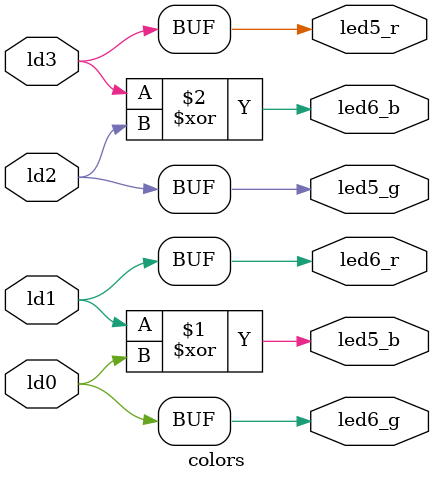
<source format=sv>

module top(
  input sysclk,
  output [3:0] led,
  output led5_r, led5_g, led5_b, led6_r, led6_g, led6_b 
  );

  wire led5_r_l, led5_g_l, led5_b_l, led6_r_l, led6_g_l, led6_b_l;
  integer count = 0;
    
  always@(posedge sysclk)
    count = count + 1;

  colors dut(count[31], count[30], count[29], count[28], led5_r_l, led5_g_l, led5_b_l, led6_r_l, led6_g_l, led6_b_l);
        
  assign led = count[31:28];
  assign led5_r = led5_r_l & (&count[2:0]);
  assign led5_g = led5_g_l & (&count[2:0]);
  assign led5_b = led5_b_l & (&count[2:0]);
  assign led6_r = led6_r_l & (&count[2:0]);
  assign led6_g = led6_g_l & (&count[2:0]);
  assign led6_b = led6_b_l & (&count[2:0]);
endmodule

module colors(
  input ld3, ld2, ld1, ld0,
  output led5_r, led5_g, led5_b, led6_r, led6_g, led6_b
  );

  assign led5_r = ld3;
  assign led5_g = ld2;
  assign led5_b = ld1 ^ ld0;
  assign led6_r = ld1;
  assign led6_g = ld0;
  assign led6_b = ld3 ^ ld2;
endmodule

</source>
